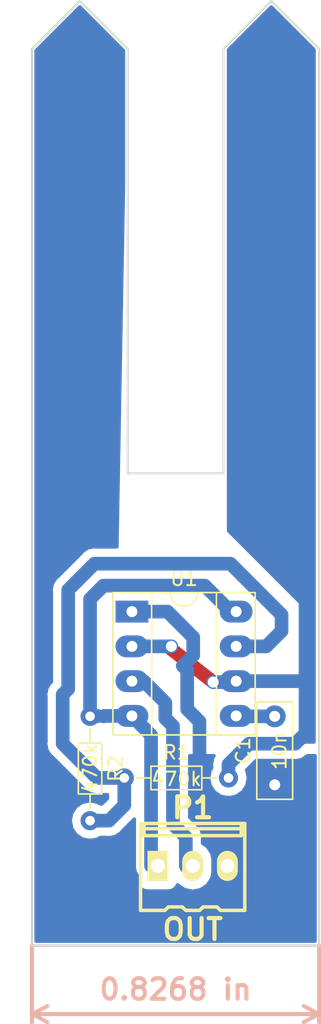
<source format=kicad_pcb>
(kicad_pcb (version 20171130) (host pcbnew 5.0.0)

  (general
    (thickness 1.6)
    (drawings 15)
    (tracks 61)
    (zones 0)
    (modules 5)
    (nets 7)
  )

  (page A4)
  (layers
    (0 F.Cu signal)
    (31 B.Cu signal)
    (32 B.Adhes user)
    (33 F.Adhes user)
    (34 B.Paste user)
    (35 F.Paste user)
    (36 B.SilkS user)
    (37 F.SilkS user)
    (38 B.Mask user)
    (39 F.Mask user)
    (40 Dwgs.User user)
    (41 Cmts.User user)
    (42 Eco1.User user)
    (43 Eco2.User user)
    (44 Edge.Cuts user)
    (45 Margin user)
    (46 B.CrtYd user)
    (47 F.CrtYd user)
    (48 B.Fab user)
    (49 F.Fab user)
  )

  (setup
    (last_trace_width 1)
    (trace_clearance 0.6)
    (zone_clearance 0.1)
    (zone_45_only no)
    (trace_min 0.2)
    (segment_width 0.2)
    (edge_width 0.15)
    (via_size 1)
    (via_drill 0.8)
    (via_min_size 0.4)
    (via_min_drill 0.3)
    (uvia_size 0.3)
    (uvia_drill 0.1)
    (uvias_allowed no)
    (uvia_min_size 0.2)
    (uvia_min_drill 0.1)
    (pcb_text_width 0.3)
    (pcb_text_size 1.5 1.5)
    (mod_edge_width 0.15)
    (mod_text_size 1 1)
    (mod_text_width 0.15)
    (pad_size 1.524 1.524)
    (pad_drill 0.762)
    (pad_to_mask_clearance 0.2)
    (aux_axis_origin 134.406863 120.256353)
    (grid_origin 134.406863 120.256353)
    (visible_elements FFFFFF7F)
    (pcbplotparams
      (layerselection 0x00020_7ffffffe)
      (usegerberextensions false)
      (usegerberattributes false)
      (usegerberadvancedattributes false)
      (creategerberjobfile false)
      (excludeedgelayer true)
      (linewidth 0.100000)
      (plotframeref false)
      (viasonmask false)
      (mode 1)
      (useauxorigin false)
      (hpglpennumber 1)
      (hpglpenspeed 20)
      (hpglpendiameter 15.000000)
      (psnegative false)
      (psa4output false)
      (plotreference true)
      (plotvalue true)
      (plotinvisibletext false)
      (padsonsilk false)
      (subtractmaskfromsilk false)
      (outputformat 4)
      (mirror false)
      (drillshape 0)
      (scaleselection 1)
      (outputdirectory "Fabrication Files/"))
  )

  (net 0 "")
  (net 1 GND)
  (net 2 "Net-(C1-Pad2)")
  (net 3 +5V)
  (net 4 SGN)
  (net 5 SENS1)
  (net 6 "Net-(R1-Pad1)")

  (net_class Default "Esta Ã© a classe de net padrÃ£o."
    (clearance 0.6)
    (trace_width 1)
    (via_dia 1)
    (via_drill 0.8)
    (uvia_dia 0.3)
    (uvia_drill 0.1)
    (add_net +5V)
    (add_net GND)
    (add_net "Net-(C1-Pad2)")
    (add_net "Net-(R1-Pad1)")
    (add_net SENS1)
    (add_net SGN)
  )

  (module Housings_DIP:DIP-8_W7.62mm_Socket_LongPads (layer F.Cu) (tedit 5A371FF0) (tstamp 5C1307F2)
    (at 141.716863 95.856353)
    (descr "8-lead dip package, row spacing 7.62 mm (300 mils), Socket, LongPads")
    (tags "DIL DIP PDIP 2.54mm 7.62mm 300mil Socket LongPads")
    (path /5C083CD6)
    (fp_text reference U1 (at 3.81 -2.39) (layer F.SilkS)
      (effects (font (size 1 1) (thickness 0.15)))
    )
    (fp_text value NE555 (at 3.81 10.01) (layer F.Fab)
      (effects (font (size 1 1) (thickness 0.15)))
    )
    (fp_arc (start 3.81 -1.39) (end 2.81 -1.39) (angle -180) (layer F.SilkS) (width 0.12))
    (fp_line (start 1.635 -1.27) (end 6.985 -1.27) (layer F.Fab) (width 0.1))
    (fp_line (start 6.985 -1.27) (end 6.985 8.89) (layer F.Fab) (width 0.1))
    (fp_line (start 6.985 8.89) (end 0.635 8.89) (layer F.Fab) (width 0.1))
    (fp_line (start 0.635 8.89) (end 0.635 -0.27) (layer F.Fab) (width 0.1))
    (fp_line (start 0.635 -0.27) (end 1.635 -1.27) (layer F.Fab) (width 0.1))
    (fp_line (start -1.27 -1.27) (end -1.27 8.89) (layer F.Fab) (width 0.1))
    (fp_line (start -1.27 8.89) (end 8.89 8.89) (layer F.Fab) (width 0.1))
    (fp_line (start 8.89 8.89) (end 8.89 -1.27) (layer F.Fab) (width 0.1))
    (fp_line (start 8.89 -1.27) (end -1.27 -1.27) (layer F.Fab) (width 0.1))
    (fp_line (start 2.81 -1.39) (end 1.44 -1.39) (layer F.SilkS) (width 0.12))
    (fp_line (start 1.44 -1.39) (end 1.44 9.01) (layer F.SilkS) (width 0.12))
    (fp_line (start 1.44 9.01) (end 6.18 9.01) (layer F.SilkS) (width 0.12))
    (fp_line (start 6.18 9.01) (end 6.18 -1.39) (layer F.SilkS) (width 0.12))
    (fp_line (start 6.18 -1.39) (end 4.81 -1.39) (layer F.SilkS) (width 0.12))
    (fp_line (start -1.39 -1.39) (end -1.39 9.01) (layer F.SilkS) (width 0.12))
    (fp_line (start -1.39 9.01) (end 9.01 9.01) (layer F.SilkS) (width 0.12))
    (fp_line (start 9.01 9.01) (end 9.01 -1.39) (layer F.SilkS) (width 0.12))
    (fp_line (start 9.01 -1.39) (end -1.39 -1.39) (layer F.SilkS) (width 0.12))
    (fp_line (start -1.7 -1.7) (end -1.7 9.3) (layer F.CrtYd) (width 0.05))
    (fp_line (start -1.7 9.3) (end 9.3 9.3) (layer F.CrtYd) (width 0.05))
    (fp_line (start 9.3 9.3) (end 9.3 -1.7) (layer F.CrtYd) (width 0.05))
    (fp_line (start 9.3 -1.7) (end -1.7 -1.7) (layer F.CrtYd) (width 0.05))
    (pad 1 thru_hole rect (at 0 0) (size 2.4 1.6) (drill 0.8) (layers *.Mask B.Cu)
      (net 1 GND))
    (pad 5 thru_hole oval (at 7.62 7.62) (size 2.4 1.6) (drill 0.8) (layers *.Mask B.Cu)
      (net 2 "Net-(C1-Pad2)"))
    (pad 2 thru_hole oval (at 0 2.54) (size 2.4 1.6) (drill 0.8) (layers *.Mask B.Cu)
      (net 5 SENS1))
    (pad 6 thru_hole oval (at 7.62 5.08) (size 2.4 1.6) (drill 0.8) (layers *.Mask B.Cu)
      (net 5 SENS1))
    (pad 3 thru_hole oval (at 0 5.08) (size 2.4 1.6) (drill 0.8) (layers *.Mask B.Cu)
      (net 4 SGN))
    (pad 7 thru_hole oval (at 7.62 2.54) (size 2.4 1.6) (drill 0.8) (layers *.Mask B.Cu)
      (net 6 "Net-(R1-Pad1)"))
    (pad 4 thru_hole oval (at 0 7.62) (size 2.4 1.6) (drill 0.8) (layers *.Mask B.Cu)
      (net 3 +5V))
    (pad 8 thru_hole oval (at 7.62 0) (size 2.4 1.6) (drill 0.8) (layers *.Mask B.Cu)
      (net 3 +5V))
    (model Housings_DIP.3dshapes/DIP-8_W7.62mm_LongPads.wrl
      (at (xyz 0 0 0))
      (scale (xyz 1 1 1))
      (rotate (xyz 0 0 0))
    )
  )

  (module w_conn_kk100:kk100_22-23-2031 (layer F.Cu) (tedit 0) (tstamp 5C1307A3)
    (at 146.156863 114.506353)
    (descr "3 pin vert. connector, Molex KK100 series")
    (path /5C083DB2)
    (fp_text reference P1 (at 0 -4.318) (layer F.SilkS)
      (effects (font (size 1.524 1.524) (thickness 0.3048)))
    )
    (fp_text value OUT (at 0 4.56946) (layer F.SilkS)
      (effects (font (size 1.524 1.524) (thickness 0.3048)))
    )
    (fp_line (start -3.556 -2.286) (end 3.556 -2.286) (layer F.SilkS) (width 0.254))
    (fp_line (start 3.556 -2.794) (end -3.556 -2.794) (layer F.SilkS) (width 0.254))
    (fp_line (start 3.556 -2.286) (end 3.556 -3.175) (layer F.SilkS) (width 0.254))
    (fp_line (start -3.556 -2.286) (end -3.556 -3.175) (layer F.SilkS) (width 0.254))
    (fp_line (start -0.508 3.175) (end 0.508 3.175) (layer F.SilkS) (width 0.254))
    (fp_line (start 0.762 2.921) (end 1.778 2.921) (layer F.SilkS) (width 0.254))
    (fp_line (start 0.762 2.921) (end 0.508 3.175) (layer F.SilkS) (width 0.254))
    (fp_line (start 1.778 2.921) (end 2.032 3.175) (layer F.SilkS) (width 0.254))
    (fp_line (start 2.032 3.175) (end 3.81 3.175) (layer F.SilkS) (width 0.254))
    (fp_line (start -3.81 -3.175) (end 3.81 -3.175) (layer F.SilkS) (width 0.254))
    (fp_line (start -2.032 3.175) (end -3.81 3.175) (layer F.SilkS) (width 0.254))
    (fp_line (start -0.762 2.921) (end -0.508 3.175) (layer F.SilkS) (width 0.254))
    (fp_line (start -1.778 2.921) (end -2.032 3.175) (layer F.SilkS) (width 0.254))
    (fp_line (start -1.778 2.921) (end -0.762 2.921) (layer F.SilkS) (width 0.254))
    (fp_line (start 3.81 -3.175) (end 3.81 3.175) (layer F.SilkS) (width 0.254))
    (fp_line (start -3.81 3.175) (end -3.81 -3.175) (layer F.SilkS) (width 0.254))
    (pad 3 thru_hole oval (at 2.54 -0.0762) (size 1.524 2.1971) (drill 1.016) (layers *.Cu *.Mask F.SilkS)
      (net 1 GND))
    (pad 1 thru_hole rect (at -2.54 -0.0762) (size 1.524 2.1971) (drill 1.016) (layers *.Cu *.Mask F.SilkS)
      (net 3 +5V))
    (pad 2 thru_hole oval (at 0 -0.0762) (size 1.524 2.1971) (drill 1.016) (layers *.Cu *.Mask F.SilkS)
      (net 4 SGN))
    (model walter/conn_kk100/22-23-2031.wrl
      (at (xyz 0 0 0))
      (scale (xyz 1 1 1))
      (rotate (xyz 0 0 0))
    )
  )

  (module Capacitors_THT:C_Rect_L7.0mm_W2.5mm_P5.00mm (layer F.Cu) (tedit 5945DB22) (tstamp 5C130DCB)
    (at 152.156863 108.506353 90)
    (descr "C, Rect series, Radial, pin pitch=5.00mm, , length*width=7*2.5mm^2, Capacitor")
    (tags "C Rect series Radial pin pitch 5.00mm  length 7mm width 2.5mm Capacitor")
    (path /5C085004)
    (fp_text reference C1 (at 2.5 -2.31 90) (layer F.SilkS)
      (effects (font (size 1 1) (thickness 0.15)))
    )
    (fp_text value 10n (at 2.5 0.344999 90) (layer F.SilkS)
      (effects (font (size 1 1) (thickness 0.15)))
    )
    (fp_line (start -1 -1.25) (end -1 1.25) (layer F.Fab) (width 0.1))
    (fp_line (start -1 1.25) (end 6 1.25) (layer F.Fab) (width 0.1))
    (fp_line (start 6 1.25) (end 6 -1.25) (layer F.Fab) (width 0.1))
    (fp_line (start 6 -1.25) (end -1 -1.25) (layer F.Fab) (width 0.1))
    (fp_line (start -1.06 -1.31) (end 6.06 -1.31) (layer F.SilkS) (width 0.12))
    (fp_line (start -1.06 1.31) (end 6.06 1.31) (layer F.SilkS) (width 0.12))
    (fp_line (start -1.06 -1.31) (end -1.06 1.31) (layer F.SilkS) (width 0.12))
    (fp_line (start 6.06 -1.31) (end 6.06 1.31) (layer F.SilkS) (width 0.12))
    (fp_line (start -1.35 -1.6) (end -1.35 1.6) (layer F.CrtYd) (width 0.05))
    (fp_line (start -1.35 1.6) (end 6.35 1.6) (layer F.CrtYd) (width 0.05))
    (fp_line (start 6.35 1.6) (end 6.35 -1.6) (layer F.CrtYd) (width 0.05))
    (fp_line (start 6.35 -1.6) (end -1.35 -1.6) (layer F.CrtYd) (width 0.05))
    (pad 1 thru_hole circle (at 0 0 90) (size 1.6 1.6) (drill 0.8) (layers *.Mask B.Cu)
      (net 1 GND))
    (pad 2 thru_hole circle (at 5 0 90) (size 1.6 1.6) (drill 0.8) (layers *.Mask B.Cu)
      (net 2 "Net-(C1-Pad2)"))
    (model Capacitors_THT.3dshapes/C_Rect_L7.0mm_W2.5mm_P5.00mm.wrl
      (at (xyz 0 0 0))
      (scale (xyz 1 1 1))
      (rotate (xyz 0 0 0))
    )
  )

  (module Resistors_THT:R_Axial_DIN0204_L3.6mm_D1.6mm_P7.62mm_Horizontal (layer F.Cu) (tedit 5C084008) (tstamp 5C1307B9)
    (at 141.156863 108.006353)
    (descr "Resistor, Axial_DIN0204 series, Axial, Horizontal, pin pitch=7.62mm, 0.16666666666666666W = 1/6W, length*diameter=3.6*1.6mm^2, http://cdn-reichelt.de/documents/datenblatt/B400/1_4W%23YAG.pdf")
    (tags "Resistor Axial_DIN0204 series Axial Horizontal pin pitch 7.62mm 0.16666666666666666W = 1/6W length 3.6mm diameter 1.6mm")
    (path /5C0843A1)
    (fp_text reference R1 (at 3.81 -1.86) (layer F.SilkS)
      (effects (font (size 1 1) (thickness 0.15)))
    )
    (fp_text value 470k (at 3.81 0.08) (layer F.SilkS)
      (effects (font (size 1 1) (thickness 0.15)))
    )
    (fp_line (start 8.6 -1.15) (end -0.95 -1.15) (layer F.CrtYd) (width 0.05))
    (fp_line (start 8.6 1.15) (end 8.6 -1.15) (layer F.CrtYd) (width 0.05))
    (fp_line (start -0.95 1.15) (end 8.6 1.15) (layer F.CrtYd) (width 0.05))
    (fp_line (start -0.95 -1.15) (end -0.95 1.15) (layer F.CrtYd) (width 0.05))
    (fp_line (start 6.74 0) (end 5.67 0) (layer F.SilkS) (width 0.12))
    (fp_line (start 0.88 0) (end 1.95 0) (layer F.SilkS) (width 0.12))
    (fp_line (start 5.67 -0.86) (end 1.95 -0.86) (layer F.SilkS) (width 0.12))
    (fp_line (start 5.67 0.86) (end 5.67 -0.86) (layer F.SilkS) (width 0.12))
    (fp_line (start 1.95 0.86) (end 5.67 0.86) (layer F.SilkS) (width 0.12))
    (fp_line (start 1.95 -0.86) (end 1.95 0.86) (layer F.SilkS) (width 0.12))
    (fp_line (start 7.62 0) (end 5.61 0) (layer F.Fab) (width 0.1))
    (fp_line (start 0 0) (end 2.01 0) (layer F.Fab) (width 0.1))
    (fp_line (start 5.61 -0.8) (end 2.01 -0.8) (layer F.Fab) (width 0.1))
    (fp_line (start 5.61 0.8) (end 5.61 -0.8) (layer F.Fab) (width 0.1))
    (fp_line (start 2.01 0.8) (end 5.61 0.8) (layer F.Fab) (width 0.1))
    (fp_line (start 2.01 -0.8) (end 2.01 0.8) (layer F.Fab) (width 0.1))
    (pad 2 thru_hole oval (at 7.62 0) (size 1.4 1.4) (drill 0.7) (layers *.Cu *.Mask)
      (net 5 SENS1))
    (pad 1 thru_hole circle (at 0 0) (size 1.4 1.4) (drill 0.7) (layers *.Cu *.Mask)
      (net 6 "Net-(R1-Pad1)"))
    (model Resistors_THT.3dshapes/R_Axial_DIN0204_L3.6mm_D1.6mm_P7.62mm_Horizontal.wrl
      (at (xyz 0 0 0))
      (scale (xyz 0.393701 0.393701 0.393701))
      (rotate (xyz 0 0 0))
    )
  )

  (module Resistors_THT:R_Axial_DIN0204_L3.6mm_D1.6mm_P7.62mm_Horizontal (layer F.Cu) (tedit 5C084003) (tstamp 5C130EF6)
    (at 138.656863 103.506353 270)
    (descr "Resistor, Axial_DIN0204 series, Axial, Horizontal, pin pitch=7.62mm, 0.16666666666666666W = 1/6W, length*diameter=3.6*1.6mm^2, http://cdn-reichelt.de/documents/datenblatt/B400/1_4W%23YAG.pdf")
    (tags "Resistor Axial_DIN0204 series Axial Horizontal pin pitch 7.62mm 0.16666666666666666W = 1/6W length 3.6mm diameter 1.6mm")
    (path /5C084062)
    (fp_text reference R2 (at 3.81 -1.86 270) (layer F.SilkS)
      (effects (font (size 1 1) (thickness 0.15)))
    )
    (fp_text value 470k (at 3.81 0 270) (layer F.SilkS)
      (effects (font (size 1 1) (thickness 0.15)))
    )
    (fp_line (start 2.01 -0.8) (end 2.01 0.8) (layer F.Fab) (width 0.1))
    (fp_line (start 2.01 0.8) (end 5.61 0.8) (layer F.Fab) (width 0.1))
    (fp_line (start 5.61 0.8) (end 5.61 -0.8) (layer F.Fab) (width 0.1))
    (fp_line (start 5.61 -0.8) (end 2.01 -0.8) (layer F.Fab) (width 0.1))
    (fp_line (start 0 0) (end 2.01 0) (layer F.Fab) (width 0.1))
    (fp_line (start 7.62 0) (end 5.61 0) (layer F.Fab) (width 0.1))
    (fp_line (start 1.95 -0.86) (end 1.95 0.86) (layer F.SilkS) (width 0.12))
    (fp_line (start 1.95 0.86) (end 5.67 0.86) (layer F.SilkS) (width 0.12))
    (fp_line (start 5.67 0.86) (end 5.67 -0.86) (layer F.SilkS) (width 0.12))
    (fp_line (start 5.67 -0.86) (end 1.95 -0.86) (layer F.SilkS) (width 0.12))
    (fp_line (start 0.88 0) (end 1.95 0) (layer F.SilkS) (width 0.12))
    (fp_line (start 6.74 0) (end 5.67 0) (layer F.SilkS) (width 0.12))
    (fp_line (start -0.95 -1.15) (end -0.95 1.15) (layer F.CrtYd) (width 0.05))
    (fp_line (start -0.95 1.15) (end 8.6 1.15) (layer F.CrtYd) (width 0.05))
    (fp_line (start 8.6 1.15) (end 8.6 -1.15) (layer F.CrtYd) (width 0.05))
    (fp_line (start 8.6 -1.15) (end -0.95 -1.15) (layer F.CrtYd) (width 0.05))
    (pad 1 thru_hole circle (at 0 0 270) (size 1.4 1.4) (drill 0.7) (layers *.Cu *.Mask)
      (net 3 +5V))
    (pad 2 thru_hole oval (at 7.62 0 270) (size 1.4 1.4) (drill 0.7) (layers *.Cu *.Mask)
      (net 6 "Net-(R1-Pad1)"))
    (model Resistors_THT.3dshapes/R_Axial_DIN0204_L3.6mm_D1.6mm_P7.62mm_Horizontal.wrl
      (at (xyz 0 0 0))
      (scale (xyz 0.393701 0.393701 0.393701))
      (rotate (xyz 0 0 0))
    )
  )

  (gr_line (start 155.406863 85.756353) (end 155.406863 54.756353) (layer Edge.Cuts) (width 0.15))
  (gr_line (start 148.406863 85.506353) (end 148.406863 85.756353) (layer Edge.Cuts) (width 0.15))
  (gr_line (start 148.406863 54.756353) (end 148.406863 85.506353) (layer Edge.Cuts) (width 0.15))
  (gr_line (start 151.906863 51.256353) (end 148.406863 54.756353) (layer Edge.Cuts) (width 0.15))
  (gr_line (start 155.406863 54.756353) (end 151.906863 51.256353) (layer Edge.Cuts) (width 0.15))
  (gr_line (start 134.406863 54.756353) (end 134.406863 120.256353) (layer Edge.Cuts) (width 0.15))
  (gr_line (start 141.406863 54.756353) (end 141.406863 85.756353) (layer Edge.Cuts) (width 0.15))
  (gr_line (start 137.906863 51.256353) (end 134.406863 54.756353) (layer Edge.Cuts) (width 0.15))
  (gr_line (start 141.406863 54.756353) (end 137.906863 51.256353) (layer Edge.Cuts) (width 0.15))
  (gr_line (start 148.406863 85.756353) (end 141.406863 85.756353) (layer Edge.Cuts) (width 0.15))
  (gr_line (start 155.406863 85.756353) (end 155.406863 120.256353) (layer Edge.Cuts) (width 0.15))
  (dimension 7 (width 0.3) (layer Dwgs.User)
    (gr_text "7,000 mm" (at 137.906863 79.156353) (layer Dwgs.User)
      (effects (font (size 1.5 1.5) (thickness 0.3)))
    )
    (feature1 (pts (xy 134.406863 85.756353) (xy 134.406863 80.669932)))
    (feature2 (pts (xy 141.406863 85.756353) (xy 141.406863 80.669932)))
    (crossbar (pts (xy 141.406863 81.256353) (xy 134.406863 81.256353)))
    (arrow1a (pts (xy 134.406863 81.256353) (xy 135.533367 80.669932)))
    (arrow1b (pts (xy 134.406863 81.256353) (xy 135.533367 81.842774)))
    (arrow2a (pts (xy 141.406863 81.256353) (xy 140.280359 80.669932)))
    (arrow2b (pts (xy 141.406863 81.256353) (xy 140.280359 81.842774)))
  )
  (dimension 7 (width 0.3) (layer Dwgs.User) (tstamp 5C1312C3)
    (gr_text "7,000 mm" (at 144.906863 83.656353) (layer Dwgs.User) (tstamp 5C1312C3)
      (effects (font (size 1.5 1.5) (thickness 0.3)))
    )
    (feature1 (pts (xy 141.406863 85.756353) (xy 141.406863 85.169932)))
    (feature2 (pts (xy 148.406863 85.756353) (xy 148.406863 85.169932)))
    (crossbar (pts (xy 148.406863 85.756353) (xy 141.406863 85.756353)))
    (arrow1a (pts (xy 141.406863 85.756353) (xy 142.533367 85.169932)))
    (arrow1b (pts (xy 141.406863 85.756353) (xy 142.533367 86.342774)))
    (arrow2a (pts (xy 148.406863 85.756353) (xy 147.280359 85.169932)))
    (arrow2b (pts (xy 148.406863 85.756353) (xy 147.280359 86.342774)))
  )
  (gr_line (start 155.406863 120.256353) (end 134.406863 120.256353) (layer Edge.Cuts) (width 0.2))
  (dimension 21 (width 0.3) (layer B.SilkS)
    (gr_text "21,000 mm" (at 144.906863 127.356352) (layer B.SilkS)
      (effects (font (size 1.5 1.5) (thickness 0.3)))
    )
    (feature1 (pts (xy 134.406863 120.256353) (xy 134.406863 125.842773)))
    (feature2 (pts (xy 155.406863 120.256353) (xy 155.406863 125.842773)))
    (crossbar (pts (xy 155.406863 125.256352) (xy 134.406863 125.256352)))
    (arrow1a (pts (xy 134.406863 125.256352) (xy 135.533367 124.669931)))
    (arrow1b (pts (xy 134.406863 125.256352) (xy 135.533367 125.842773)))
    (arrow2a (pts (xy 155.406863 125.256352) (xy 154.280359 124.669931)))
    (arrow2b (pts (xy 155.406863 125.256352) (xy 154.280359 125.842773)))
  )

  (segment (start 148.196863 112.466353) (end 152.156863 108.506353) (width 1) (layer B.Cu) (net 1))
  (segment (start 148.196863 114.430153) (end 148.196863 112.466353) (width 1) (layer B.Cu) (net 1))
  (segment (start 146.656863 109.506353) (end 148.196863 111.046353) (width 1) (layer B.Cu) (net 1))
  (segment (start 144.319618 95.856353) (end 146.196873 97.733608) (width 1) (layer B.Cu) (net 1))
  (segment (start 148.196863 111.046353) (end 148.196863 112.466353) (width 1) (layer B.Cu) (net 1))
  (segment (start 146.196873 97.733608) (end 146.196873 99.059098) (width 1) (layer B.Cu) (net 1))
  (segment (start 146.656863 103.883372) (end 146.656863 109.506353) (width 1) (layer B.Cu) (net 1))
  (segment (start 145.756873 102.983382) (end 146.656863 103.883372) (width 1) (layer B.Cu) (net 1))
  (segment (start 141.716863 95.856353) (end 144.319618 95.856353) (width 1) (layer B.Cu) (net 1))
  (segment (start 145.756873 100.13914) (end 145.756873 102.983382) (width 1) (layer B.Cu) (net 1))
  (segment (start 146.196873 99.059098) (end 145.436852 99.819119) (width 1) (layer B.Cu) (net 1))
  (segment (start 145.436852 99.819119) (end 145.756873 100.13914) (width 1) (layer B.Cu) (net 1))
  (segment (start 149.366863 103.506353) (end 149.336863 103.476353) (width 1) (layer B.Cu) (net 2))
  (segment (start 152.156863 103.506353) (end 149.366863 103.506353) (width 1) (layer B.Cu) (net 2))
  (segment (start 139.186863 103.476353) (end 139.156863 103.506353) (width 1) (layer B.Cu) (net 3))
  (segment (start 139.686863 103.476353) (end 139.656863 103.506353) (width 1) (layer B.Cu) (net 3))
  (segment (start 141.716863 103.476353) (end 139.686863 103.476353) (width 1) (layer B.Cu) (net 3))
  (segment (start 143.116863 104.876353) (end 141.716863 103.476353) (width 1) (layer B.Cu) (net 3))
  (segment (start 143.116863 114.430153) (end 143.116863 104.876353) (width 1) (layer B.Cu) (net 3))
  (segment (start 138.656863 94.936351) (end 138.656863 102.516404) (width 1) (layer B.Cu) (net 3))
  (segment (start 139.636862 93.956352) (end 138.656863 94.936351) (width 1) (layer B.Cu) (net 3))
  (segment (start 138.656863 102.516404) (end 138.656863 103.506353) (width 1) (layer B.Cu) (net 3))
  (segment (start 147.036862 93.956352) (end 139.636862 93.956352) (width 1) (layer B.Cu) (net 3))
  (segment (start 148.936863 95.856353) (end 147.036862 93.956352) (width 1) (layer B.Cu) (net 3))
  (segment (start 149.336863 95.856353) (end 148.936863 95.856353) (width 1) (layer B.Cu) (net 3))
  (segment (start 145.656863 112.331603) (end 144.716873 111.391613) (width 1) (layer B.Cu) (net 4))
  (segment (start 145.656863 114.430153) (end 145.656863 112.331603) (width 1) (layer B.Cu) (net 4))
  (segment (start 141.716863 100.936353) (end 142.586863 100.936353) (width 1) (layer B.Cu) (net 4))
  (segment (start 142.586863 100.936353) (end 144.156863 102.506353) (width 1) (layer B.Cu) (net 4))
  (segment (start 144.716873 104.213608) (end 144.716873 111.391613) (width 1) (layer B.Cu) (net 4))
  (segment (start 144.156863 103.653598) (end 144.716873 104.213608) (width 1) (layer B.Cu) (net 4))
  (segment (start 144.156863 102.506353) (end 144.156863 103.653598) (width 1) (layer B.Cu) (net 4))
  (segment (start 144.596863 98.396353) (end 143.916863 98.396353) (width 1) (layer B.Cu) (net 5))
  (segment (start 143.916863 98.396353) (end 141.716863 98.396353) (width 1) (layer B.Cu) (net 5))
  (via (at 144.596863 98.396353) (size 1) (drill 0.8) (layers F.Cu B.Cu) (net 5))
  (segment (start 144.596863 98.596373) (end 144.596863 98.396353) (width 1) (layer F.Cu) (net 5))
  (via (at 147.656863 101.006353) (size 1) (drill 0.8) (layers F.Cu B.Cu) (net 5))
  (segment (start 147.656863 101.006353) (end 144.596863 98.596373) (width 1) (layer F.Cu) (net 5))
  (segment (start 149.266863 101.006353) (end 149.336863 100.936353) (width 1) (layer B.Cu) (net 5))
  (segment (start 147.656863 101.006353) (end 149.266863 101.006353) (width 1) (layer B.Cu) (net 5))
  (segment (start 148.776863 107.016404) (end 150.286914 105.506353) (width 1) (layer B.Cu) (net 5))
  (segment (start 148.776863 108.006353) (end 148.776863 107.016404) (width 1) (layer B.Cu) (net 5))
  (segment (start 150.286914 105.506353) (end 153.656863 105.506353) (width 1) (layer B.Cu) (net 5))
  (segment (start 153.656863 105.506353) (end 154.156863 105.006353) (width 1) (layer B.Cu) (net 5))
  (segment (start 152.398865 100.936353) (end 149.336863 100.936353) (width 1) (layer B.Cu) (net 5))
  (segment (start 154.231853 100.941343) (end 154.226863 100.936353) (width 1) (layer B.Cu) (net 5))
  (segment (start 154.226863 100.936353) (end 152.398865 100.936353) (width 1) (layer B.Cu) (net 5))
  (segment (start 138.656863 111.126353) (end 140.036863 111.126353) (width 1) (layer B.Cu) (net 6))
  (segment (start 141.156863 110.006353) (end 141.156863 108.006353) (width 1) (layer B.Cu) (net 6))
  (segment (start 140.036863 111.126353) (end 141.156863 110.006353) (width 1) (layer B.Cu) (net 6))
  (segment (start 139.156863 108.006353) (end 141.156863 108.006353) (width 1) (layer B.Cu) (net 6))
  (segment (start 137.056853 94.273606) (end 137.056853 101.506353) (width 1) (layer B.Cu) (net 6))
  (segment (start 137.056853 101.506353) (end 136.656863 101.906343) (width 1) (layer B.Cu) (net 6))
  (segment (start 151.536863 98.396353) (end 152.656863 97.276353) (width 1) (layer B.Cu) (net 6))
  (segment (start 136.656863 101.906343) (end 136.656863 105.506353) (width 1) (layer B.Cu) (net 6))
  (segment (start 149.336863 98.396353) (end 151.536863 98.396353) (width 1) (layer B.Cu) (net 6))
  (segment (start 136.656863 105.506353) (end 139.156863 108.006353) (width 1) (layer B.Cu) (net 6))
  (segment (start 152.656863 97.276353) (end 152.656863 96.089334) (width 1) (layer B.Cu) (net 6))
  (segment (start 152.656863 96.089334) (end 148.923871 92.356342) (width 1) (layer B.Cu) (net 6))
  (segment (start 138.974117 92.356342) (end 137.056853 94.273606) (width 1) (layer B.Cu) (net 6))
  (segment (start 148.923871 92.356342) (end 138.974117 92.356342) (width 1) (layer B.Cu) (net 6))

  (zone (net 5) (net_name SENS1) (layer B.Cu) (tstamp 5C131997) (hatch edge 0.508)
    (connect_pads yes (clearance 0.1))
    (min_thickness 0.254)
    (fill yes (arc_segments 16) (thermal_gap 0.508) (thermal_bridge_width 0.508))
    (polygon
      (pts
        (xy 155.156863 105.506353) (xy 155.156863 54.756353) (xy 151.906863 51.506353) (xy 148.656863 54.756353) (xy 148.656863 90.006353)
        (xy 153.906863 95.256353) (xy 153.906863 105.506353)
      )
    )
    (filled_polygon
      (pts
        (xy 155.029863 54.808959) (xy 155.029863 105.379353) (xy 154.033863 105.379353) (xy 154.033863 95.256353) (xy 154.024196 95.207752)
        (xy 153.996666 95.16655) (xy 148.783863 89.953747) (xy 148.783863 54.808959) (xy 151.906863 51.685959)
      )
    )
  )
  (zone (net 1) (net_name GND) (layer B.Cu) (tstamp 5C131994) (hatch edge 0.508)
    (connect_pads yes (clearance 0.1))
    (min_thickness 0.254)
    (fill yes (arc_segments 16) (thermal_gap 0.508) (thermal_bridge_width 0.508))
    (polygon
      (pts
        (xy 134.406863 54.756353) (xy 137.906863 51.256353) (xy 141.406863 54.756353) (xy 140.470499 106.256353) (xy 155.406863 106.256353)
        (xy 155.406863 120.256353) (xy 134.406863 120.256353)
      )
    )
    (filled_polygon
      (pts
        (xy 141.104863 54.881445) (xy 141.104863 64.380178) (xy 140.618515 91.129342) (xy 139.09496 91.129342) (xy 138.974117 91.105305)
        (xy 138.853274 91.129342) (xy 138.85327 91.129342) (xy 138.495365 91.200534) (xy 138.0895 91.471725) (xy 138.021047 91.574172)
        (xy 136.274686 93.320534) (xy 136.172236 93.388989) (xy 135.901045 93.794855) (xy 135.829853 94.15276) (xy 135.829853 94.152763)
        (xy 135.805816 94.273606) (xy 135.829853 94.394449) (xy 135.829854 100.983234) (xy 135.772246 101.021726) (xy 135.501055 101.427592)
        (xy 135.429863 101.785497) (xy 135.429863 101.7855) (xy 135.405826 101.906343) (xy 135.429863 102.027186) (xy 135.429864 105.385506)
        (xy 135.405826 105.506353) (xy 135.501055 105.985103) (xy 135.703792 106.288521) (xy 135.703793 106.288522) (xy 135.772247 106.39097)
        (xy 135.874694 106.459423) (xy 138.203793 108.788523) (xy 138.272246 108.89097) (xy 138.678111 109.162161) (xy 139.036016 109.233353)
        (xy 139.03602 109.233353) (xy 139.156863 109.25739) (xy 139.277706 109.233353) (xy 139.929863 109.233353) (xy 139.929863 109.498113)
        (xy 139.528624 109.899353) (xy 139.389059 109.899353) (xy 139.213651 109.782149) (xy 138.797407 109.699353) (xy 138.516319 109.699353)
        (xy 138.100075 109.782149) (xy 137.628054 110.097544) (xy 137.312659 110.569565) (xy 137.201907 111.126353) (xy 137.312659 111.683141)
        (xy 137.628054 112.155162) (xy 138.100075 112.470557) (xy 138.516319 112.553353) (xy 138.797407 112.553353) (xy 139.213651 112.470557)
        (xy 139.389059 112.353353) (xy 139.91602 112.353353) (xy 140.036863 112.37739) (xy 140.157706 112.353353) (xy 140.15771 112.353353)
        (xy 140.515615 112.282161) (xy 140.92148 112.01097) (xy 140.989935 111.90852) (xy 141.889863 111.008592) (xy 141.889863 114.550999)
        (xy 141.961055 114.908904) (xy 142.113621 115.137235) (xy 142.113621 115.528703) (xy 142.170045 115.812364) (xy 142.330726 116.05284)
        (xy 142.571202 116.213521) (xy 142.854863 116.269945) (xy 144.378863 116.269945) (xy 144.662524 116.213521) (xy 144.903 116.05284)
        (xy 145.063681 115.812364) (xy 145.063925 115.811135) (xy 145.083354 115.840212) (xy 145.575885 116.16931) (xy 146.156863 116.284874)
        (xy 146.737842 116.16931) (xy 147.230372 115.840212) (xy 147.55947 115.347682) (xy 147.645863 114.913354) (xy 147.645863 113.946951)
        (xy 147.55947 113.512624) (xy 147.230372 113.020094) (xy 146.883863 112.788565) (xy 146.883863 112.452446) (xy 146.9079 112.331603)
        (xy 146.883863 112.21076) (xy 146.883863 112.210756) (xy 146.812671 111.852851) (xy 146.742561 111.747924) (xy 146.609935 111.549434)
        (xy 146.609931 111.54943) (xy 146.54148 111.446986) (xy 146.439035 111.378534) (xy 145.943873 110.883373) (xy 145.943873 106.383353)
        (xy 147.724155 106.383353) (xy 147.621055 106.537652) (xy 147.549863 106.895557) (xy 147.549863 106.895561) (xy 147.525826 107.016404)
        (xy 147.549863 107.137247) (xy 147.549863 107.274157) (xy 147.432659 107.449565) (xy 147.321907 108.006353) (xy 147.432659 108.563141)
        (xy 147.748054 109.035162) (xy 148.220075 109.350557) (xy 148.636319 109.433353) (xy 148.917407 109.433353) (xy 149.333651 109.350557)
        (xy 149.805672 109.035162) (xy 150.121067 108.563141) (xy 150.231819 108.006353) (xy 150.121067 107.449565) (xy 150.104194 107.424313)
        (xy 150.795154 106.733353) (xy 153.53602 106.733353) (xy 153.656863 106.75739) (xy 153.777706 106.733353) (xy 153.77771 106.733353)
        (xy 154.135615 106.662161) (xy 154.54148 106.39097) (xy 154.54657 106.383353) (xy 155.104864 106.383353) (xy 155.104864 119.929353)
        (xy 134.708863 119.929353) (xy 134.708863 54.881445) (xy 137.906863 51.683445)
      )
    )
  )
)

</source>
